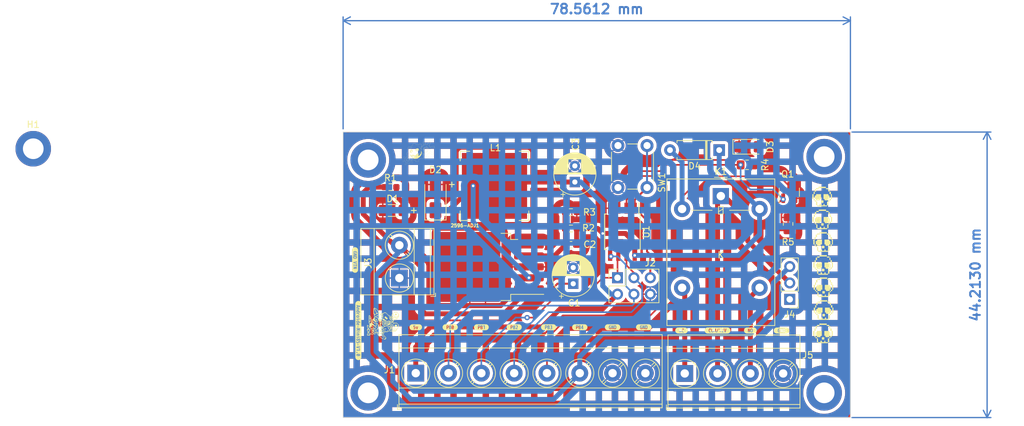
<source format=kicad_pcb>
(kicad_pcb (version 20221018) (generator pcbnew)
  (layers (0 "F.Cu" signal) (31 "B.Cu" signal) (34 "B.Paste" user) (35 "F.Paste" user) (36 "B.SilkS" user "B.Silkscreen") (37 "F.SilkS" user "F.Silkscreen") (38 "B.Mask" user) (39 "F.Mask" user) (44 "Edge.Cuts" user))
  (net 0 "")
  (net 1 "+12V")
  (net 2 "Net-(2596-ADJ1-OUT)")
  (net 3 "GND")
  (net 4 "Net-(2596-ADJ1-FB)")
  (net 5 "+5V")
  (net 6 "Net-(D1-A)")
  (net 7 "/PB3")
  (net 8 "/MISO")
  (net 9 "/PB4")
  (net 10 "/SCK")
  (net 11 "/MOSI")
  (net 12 "/RESET")
  (net 13 "Net-(D3-A)")
  (net 14 "Net-(D4-A)")
  (net 16 "Net-(J4-Pin_2)")
  (net 17 "Net-(J5-Pin_1)")
  (net 18 "Net-(J5-Pin_3)")
  (footprint "Package_SO:SOIC-8W_5.3x5.3mm_P1.27mm" (layer "F.Cu") (at 162.306 93.68 -90)
    (fp_text reference "U1" (at 0 -3.68 90) (layer "F.SilkS"))
    (fp_text value "ATtiny85-20S")
    (pad "1" smd rect (at -3.65 -1.905 270) (size 1.7 0.65) (layers "F.Cu" "F.Paste" "F.Mask") (net 12 "/RESET"))
    (pad "2" smd rect (at -3.65 -0.635 270) (size 1.7 0.65) (layers "F.Cu" "F.Paste" "F.Mask") (net 7 "/PB3"))
    (pad "3" smd rect (at -3.65 0.635 270) (size 1.7 0.65) (layers "F.Cu" "F.Paste" "F.Mask") (net 9 "/PB4"))
    (pad "4" smd rect (at -3.65 1.905 270) (size 1.7 0.65) (layers "F.Cu" "F.Paste" "F.Mask") (net 3 "GND"))
    (pad "5" smd rect (at 3.65 1.905 270) (size 1.7 0.65) (layers "F.Cu" "F.Paste" "F.Mask") (net 11 "/MOSI"))
    (pad "6" smd rect (at 3.65 0.635 270) (size 1.7 0.65) (layers "F.Cu" "F.Paste" "F.Mask") (net 8 "/MISO"))
    (pad "7" smd rect (at 3.65 -0.635 270) (size 1.7 0.65) (layers "F.Cu" "F.Paste" "F.Mask") (net 10 "/SCK"))
    (pad "8" smd rect (at 3.65 -1.905 270) (size 1.7 0.65) (layers "F.Cu" "F.Paste" "F.Mask") (net 5 "+5V"))
  )
  (footprint "LOGO" (layer "F.Cu") (at 125.222 107.904 -90)
    (fp_text reference "G***" hide)
    (fp_text value "LOGO" hide)
  )
  (footprint "LOGO" (layer "F.Cu") (at 193.3956 109.347)
    (fp_text reference "G***" hide)
    (fp_text value "LOGO" hide)
  )
  (footprint "Resistor_SMD:R_0603_1608Metric_Pad0.98x0.95mm_HandSolder" (layer "F.Cu") (at 154.3285 90.632)
    (fp_text reference "R3" (at 2.868 0.0088) (layer "F.SilkS"))
    (fp_text value "330" hide)
    (pad "1" smd roundrect (at -0.9125 0) (size 0.975 0.95) (layers "F.Cu" "F.Paste" "F.Mask") (net 4 "Net-(2596-ADJ1-FB)"))
    (pad "2" smd roundrect (at 0.9125 0) (size 0.975 0.95) (layers "F.Cu" "F.Paste" "F.Mask") (net 3 "GND"))
  )
  (footprint "kibuzzard-65F903CA" (layer "F.Cu") (at 130.302 108.458)
    (fp_text reference "kibuzzard-65F903CA" hide)
    (fp_text value "G***" hide)
  )
  (footprint "kibuzzard-65F9052F" (layer "F.Cu") (at 120.904 98.044 -90)
    (fp_text reference "kibuzzard-65F9052F" hide)
    (fp_text value "G***" hide)
  )
  (footprint "Button_Switch_THT:SW_PUSH_6mm" (layer "F.Cu") (at 166.116 80.322 -90)
    (fp_text reference "SW1" (at 5.738 -2.286 -90) (layer "F.SilkS"))
    (fp_text value "SW_Push")
    (pad "1" thru_hole circle (at 0 0) (size 2 2) (drill 1.1) (layers "*.Cu" "*.Mask") (net 12 "/RESET"))
    (pad "1" thru_hole circle (at 6.5 0) (size 2 2) (drill 1.1) (layers "*.Cu" "*.Mask") (net 12 "/RESET"))
    (pad "2" thru_hole circle (at 0 4.5) (size 2 2) (drill 1.1) (layers "*.Cu" "*.Mask") (net 3 "GND"))
    (pad "2" thru_hole circle (at 6.5 4.5) (size 2 2) (drill 1.1) (layers "*.Cu" "*.Mask") (net 3 "GND"))
  )
  (footprint "LOGO" (layer "F.Cu") (at 193.4718 102.2096)
    (fp_text reference "G***" hide)
    (fp_text value "LOGO" hide)
  )
  (footprint "LOGO" (layer "F.Cu") (at 193.421 98.7552)
    (fp_text reference "G***" hide)
    (fp_text value "LOGO" hide)
  )
  (footprint "Resistor_SMD:R_0805_2012Metric_Pad1.20x1.40mm_HandSolder" (layer "F.Cu") (at 181.61 83.312)
    (fp_text reference "R4" (at 2.794 0 90) (layer "F.SilkS"))
    (fp_text value "1k")
    (pad "1" smd roundrect (at -1 0) (size 1.2 1.4) (layers "F.Cu" "F.Paste" "F.Mask") (roundrect_rratio 0.208333) (net 9 "/PB4"))
    (pad "2" smd roundrect (at 1 0) (size 1.2 1.4) (layers "F.Cu" "F.Paste" "F.Mask") (roundrect_rratio 0.208333) (net 13 "Net-(D3-A)"))
  )
  (footprint "Inductor_SMD:L_Bourns-SRN1060" (layer "F.Cu") (at 142.494 86.568)
    (fp_text reference "L1" (at 0.1524 -5.8928 180) (layer "F.SilkS"))
    (fp_text value "330")
    (pad "1" smd rect (at -3.3 0) (size 3.5 10.2) (layers "F.Cu" "F.Paste" "F.Mask") (net 2 "Net-(2596-ADJ1-OUT)"))
    (pad "2" smd rect (at 3.3 0) (size 3.5 10.2) (layers "F.Cu" "F.Paste" "F.Mask") (net 5 "+5V"))
  )
  (footprint "Capacitor_SMD:C_0603_1608Metric_Pad1.08x0.95mm_HandSolder" (layer "F.Cu") (at 154.3485 95.694)
    (fp_text reference "C2" (at 2.9056 -0.0448) (layer "F.SilkS"))
    (fp_text value "C" hide)
    (pad "1" smd roundrect (at -0.8625 0) (size 1.075 0.95) (layers "F.Cu" "F.Paste" "F.Mask") (net 4 "Net-(2596-ADJ1-FB)"))
    (pad "2" smd roundrect (at 0.8625 0) (size 1.075 0.95) (layers "F.Cu" "F.Paste" "F.Mask") (net 5 "+5V"))
  )
  (footprint "Resistor_SMD:R_0805_2012Metric_Pad1.20x1.40mm_HandSolder" (layer "F.Cu") (at 187.96 92.456 90)
    (fp_text reference "R5" (at -2.794 0 180) (layer "F.SilkS"))
    (fp_text value "10K")
    (pad "1" smd roundrect (at -1 0 90) (size 1.2 1.4) (layers "F.Cu" "F.Paste" "F.Mask") (roundrect_rratio 0.208333) (net 9 "/PB4"))
    (pad "2" smd roundrect (at 1 0 90) (size 1.2 1.4) (layers "F.Cu" "F.Paste" "F.Mask") (roundrect_rratio 0.208333) (net 3 "GND"))
  )
  (footprint "kibuzzard-65F8FCA8" (layer "F.Cu") (at 150.876 108.458)
    (fp_text reference "kibuzzard-65F8FCA8" hide)
    (fp_text value "G***" hide)
  )
  (footprint "Diode_THT:D_A-405_P7.62mm_Horizontal" (layer "F.Cu") (at 177.292 81.026 180)
    (fp_text reference "D4" (at 3.81 -2.47) (layer "F.SilkS"))
    (fp_text value "1N5400")
    (fp_text user "K" (at -0.254 -16.256) (layer "F.SilkS"))
    (pad "1" thru_hole rect (at 0 0 180) (size 1.8 1.8) (drill 0.9) (layers "*.Cu" "*.Mask") (net 5 "+5V"))
    (pad "2" thru_hole oval (at 7.62 0 180) (size 1.8 1.8) (drill 0.9) (layers "*.Cu" "*.Mask") (net 14 "Net-(D4-A)"))
  )
  (footprint "Capacitor_THT:CP_Radial_D6.3mm_P2.50mm" (layer "F.Cu") (at 154.94 85.97238 90)
    (fp_text reference "C3" (at 5.842 0.127 90) (layer "F.SilkS"))
    (fp_text value "220UF")
    (pad "1" thru_hole rect (at 0 0 90) (size 1.6 1.6) (drill 0.8) (layers "*.Cu" "*.Mask") (net 5 "+5V"))
    (pad "2" thru_hole circle (at 2.5 0 90) (size 1.6 1.6) (drill 0.8) (layers "*.Cu" "*.Mask") (net 3 "GND"))
  )
  (footprint "TerminalBlock_Phoenix:TerminalBlock_Phoenix_MKDS-3-8-5.08_1x08_P5.08mm_Horizontal" (layer "F.Cu") (at 130.302 115.57)
    (fp_text reference "J1" (at -4.064 -0.508) (layer "F.SilkS"))
    (fp_text value "Screw_Terminal_01x08")
    (pad "1" thru_hole rect (at 0 0) (size 2.6 2.6) (drill 1.3) (layers "*.Cu" "*.Mask") (net 5 "+5V"))
    (pad "2" thru_hole circle (at 5.08 0) (size 2.6 2.6) (drill 1.3) (layers "*.Cu" "*.Mask") (net 11 "/MOSI"))
    (pad "3" thru_hole circle (at 10.16 0) (size 2.6 2.6) (drill 1.3) (layers "*.Cu" "*.Mask") (net 8 "/MISO"))
    (pad "4" thru_hole circle (at 15.24 0) (size 2.6 2.6) (drill 1.3) (layers "*.Cu" "*.Mask") (net 10 "/SCK"))
    (pad "5" thru_hole circle (at 20.32 0) (size 2.6 2.6) (drill 1.3) (layers "*.Cu" "*.Mask") (net 7 "/PB3"))
    (pad "6" thru_hole circle (at 25.4 0) (size 2.6 2.6) (drill 1.3) (layers "*.Cu" "*.Mask") (net 1 "+12V"))
    (pad "7" thru_hole circle (at 30.48 0) (size 2.6 2.6) (drill 1.3) (layers "*.Cu" "*.Mask") (net 3 "GND"))
    (pad "8" thru_hole circle (at 35.56 0) (size 2.6 2.6) (drill 1.3) (layers "*.Cu" "*.Mask") (net 3 "GND"))
  )
  (footprint "kibuzzard-66664E03" (layer "F.Cu") (at 177.038 108.966)
    (fp_text reference "kibuzzard-66664E03" hide)
    (fp_text value "G***" hide)
  )
  (footprint "Relay_THT:Relay_SPDT_Omron-G5LE-1" (layer "F.Cu") (at 177.546 88.1465)
    (fp_text reference "K1" (at 0 -3.8) (layer "F.SilkS"))
    (fp_text value "G5LE-1")
    (pad "1" thru_hole rect (at 0 0) (size 2.5 2.5) (drill 1.3) (layers "*.Cu" "*.Mask") (net 16 "Net-(J4-Pin_2)"))
    (pad "2" thru_hole oval (at -6 2) (size 2.5 2.5) (drill 1.3) (layers "*.Cu" "*.Mask") (net 14 "Net-(D4-A)"))
    (pad "3" thru_hole oval (at -6 14.2) (size 2.5 2.5) (drill 1.3) (layers "*.Cu" "*.Mask") (net 17 "Net-(J5-Pin_1)"))
    (pad "4" thru_hole oval (at 6 14.2) (size 2.5 2.5) (drill 1.3) (layers "*.Cu" "*.Mask") (net 18 "Net-(J5-Pin_3)"))
    (pad "5" thru_hole oval (at 6 2) (size 2.5 2.5) (drill 1.3) (layers "*.Cu" "*.Mask") (net 5 "+5V"))
  )
  (footprint "kibuzzard-65F8FC0E" (layer "F.Cu") (at 186.944 108.966)
    (fp_text reference "kibuzzard-65F8FC0E" hide)
    (fp_text value "G***" hide)
  )
  (footprint "Diode_SMD:D_SMA" (layer "F.Cu") (at 133.35 88.346 90)
    (fp_text reference "D2" (at 4.272 0 180) (layer "F.SilkS"))
    (fp_text value "SS24")
    (pad "1" smd roundrect (at -2 0 90) (size 2.5 1.8) (layers "F.Cu" "F.Paste" "F.Mask") (roundrect_rratio 0.1388888889) (net 2 "Net-(2596-ADJ1-OUT)"))
    (pad "2" smd roundrect (at 2 0 90) (size 2.5 1.8) (layers "F.Cu" "F.Paste" "F.Mask") (roundrect_rratio 0.1388888889) (net 3 "GND"))
  )
  (footprint "kibuzzard-65F8FD72" (layer "F.Cu") (at 145.542 108.458)
    (fp_text reference "kibuzzard-65F8FD72" hide)
    (fp_text value "G***" hide)
  )
  (footprint "Connector_PinSocket_2.54mm:PinSocket_2x03_P2.54mm_Vertical" (layer "F.Cu") (at 161.544 100.792 90)
    (fp_text reference "J2" (at 2.286 5.08 180) (layer "F.SilkS"))
    (fp_text value "AVR-ISP-6")
    (pad "1" thru_hole rect (at 0 0 90) (size 1.7 1.7) (drill 1) (layers "*.Cu" "*.Mask") (net 8 "/MISO"))
    (pad "2" thru_hole oval (at -2.54 0 90) (size 1.7 1.7) (drill 1) (layers "*.Cu" "*.Mask") (net 5 "+5V"))
    (pad "3" thru_hole oval (at 0 2.54 90) (size 1.7 1.7) (drill 1) (layers "*.Cu" "*.Mask") (net 10 "/SCK"))
    (pad "4" thru_hole oval (at -2.54 2.54 90) (size 1.7 1.7) (drill 1) (layers "*.Cu" "*.Mask") (net 11 "/MOSI"))
    (pad "5" thru_hole oval (at 0 5.08 90) (size 1.7 1.7) (drill 1) (layers "*.Cu" "*.Mask") (net 12 "/RESET"))
    (pad "6" thru_hole oval (at -2.54 5.08 90) (size 1.7 1.7) (drill 1) (layers "*.Cu" "*.Mask") (net 3 "GND"))
  )
  (footprint "kibuzzard-66664E1D" (layer "F.Cu") (at 182.118 108.966)
    (fp_text reference "kibuzzard-66664E1D" hide)
    (fp_text value "G***" hide)
  )
  (footprint "MountingHole:MountingHole_3.2mm_M3_ISO14580_Pad_TopBottom" (layer "F.Cu") (at 122.936 118.618 90)
    (fp_text reference "H3" hide)
    (fp_text value "MountingHole")
    (pad "1" thru_hole circle (at 0 0 90) (size 3.6 3.6) (drill 3.2) (layers "*.Cu" "*.Mask"))
    (pad "1" connect circle (at 0 0 90) (size 5.5 5.5) (layers "F.Cu" "F.Mask"))
    (pad "1" connect circle (at 0 0 90) (size 5.5 5.5) (layers "B.Cu" "B.Mask"))
  )
  (footprint "kibuzzard-65F8FC7A" (layer "F.Cu") (at 155.702 108.458)
    (fp_text reference "kibuzzard-65F8FC7A" hide)
    (fp_text value "G***" hide)
  )
  (footprint "LED_SMD:LED_1206_3216Metric_Pad1.42x1.75mm_HandSolder" (layer "F.Cu") (at 181.864 80.518)
    (fp_text reference "D3" (at 3.302 0 90) (layer "F.SilkS"))
    (fp_text value "LEDRELE")
    (pad "1" smd roundrect (at -1.4875 0) (size 1.425 1.75) (layers "F.Cu" "F.Paste" "F.Mask") (roundrect_rratio 0.175439) (net 3 "GND"))
    (pad "2" smd roundrect (at 1.4875 0) (size 1.425 1.75) (layers "F.Cu" "F.Paste" "F.Mask") (roundrect_rratio 0.175439) (net 13 "Net-(D3-A)"))
  )
  (footprint "MountingHole:MountingHole_3.2mm_M3_ISO14580_Pad_TopBottom" (layer "F.Cu") (at 71.0685 80.816)
    (fp_text reference "H1" (at 0 -3.75) (layer "F.SilkS"))
    (fp_text value "MountingHole")
    (pad "1" thru_hole circle (at 0 0) (size 3.6 3.6) (drill 3.2) (layers "*.Cu" "*.Mask"))
    (pad "1" connect circle (at 0 0) (size 5.5 5.5) (layers "F.Cu" "F.Mask"))
    (pad "1" connect circle (at 0 0) (size 5.5 5.5) (layers "B.Cu" "B.Mask"))
  )
  (footprint "LOGO" (layer "F.Cu") (at 193.294 91.694)
    (fp_text reference "G***" hide)
    (fp_text value "LOGO" hide)
  )
  (footprint "kibuzzard-65F8FC0E" (layer "F.Cu") (at 165.608 108.458)
    (fp_text reference "kibuzzard-65F8FC0E" hide)
    (fp_text value "G***" hide)
  )
  (footprint "LOGO" (layer "F.Cu") (at 193.4972 105.7402)
    (fp_text reference "G***" hide)
    (fp_text value "LOGO" hide)
  )
  (footprint "TerminalBlock_Phoenix:TerminalBlock_Phoenix_MKDS-3-2-5.08_1x02_P5.08mm_Horizontal" (layer "F.Cu") (at 127.762 100.838 90)
    (fp_text reference "J3" (at 2.286 -4.826 90) (layer "F.SilkS"))
    (fp_text value "VIN")
    (pad "1" thru_hole rect (at 0 0 90) (size 2.6 2.6) (drill 1.3) (layers "*.Cu" "*.Mask") (net 3 "GND"))
    (pad "2" thru_hole circle (at 5.08 0 90) (size 2.6 2.6) (drill 1.3) (layers "*.Cu" "*.Mask") (net 1 "+12V"))
  )
  (footprint "MountingHole:MountingHole_3.2mm_M3_ISO14580_Pad_TopBottom" (layer "F.Cu") (at 122.936 82.55 180)
    (fp_text reference "H4" hide)
    (fp_text value "MountingHole")
    (pad "1" thru_hole circle (at 0 0 180) (size 3.6 3.6) (drill 3.2) (layers "*.Cu" "*.Mask"))
    (pad "1" connect circle (at 0 0 180) (size 5.5 5.5) (layers "F.Cu" "F.Mask"))
    (pad "1" connect circle (at 0 0 180) (size 5.5 5.5) (layers "B.Cu" "B.Mask"))
  )
  (footprint "Package_TO_SOT_SMD:SOT-23" (layer "F.Cu") (at 188.148 87.5515 90)
    (fp_text reference "Q1" (at 2.794 -0.254 180) (layer "F.SilkS"))
    (fp_text value "2N7002H")
    (pad "1" smd roundrect (at -0.9375 -0.95 90) (size 1.475 0.6) (layers "F.Cu" "F.Paste" "F.Mask") (net 9 "/PB4"))
    (pad "2" smd roundrect (at -0.9375 0.95 90) (size 1.475 0.6) (layers "F.Cu" "F.Paste" "F.Mask") (net 3 "GND"))
    (pad "3" smd roundrect (at 0.9375 0 90) (size 1.475 0.6) (layers "F.Cu" "F.Paste" "F.Mask") (net 14 "Net-(D4-A)"))
  )
  (footprint "TerminalBlock_Phoenix:TerminalBlock_Phoenix_MKDS-3-4-5.08_1x04_P5.08mm_Horizontal" (layer "F.Cu") (at 171.958 115.616)
    (fp_text reference "J5" (at 19.05 -2.84) (layer "F.SilkS"))
    (fp_text value "Screw_Terminal_01x04")
    (pad "1" thru_hole rect (at 0 0) (size 2.6 2.6) (drill 1.3) (layers "*.Cu" "*.Mask") (net 17 "Net-(J5-Pin_1)"))
    (pad "2" thru_hole circle (at 5.08 0) (size 2.6 2.6) (drill 1.3) (layers "*.Cu" "*.Mask") (net 16 "Net-(J4-Pin_2)"))
    (pad "3" thru_hole circle (at 10.16 0) (size 2.6 2.6) (drill 1.3) (layers "*.Cu" "*.Mask") (net 18 "Net-(J5-Pin_3)"))
    (pad "4" thru_hole circle (at 15.24 0) (size 2.6 2.6) (drill 1.3) (layers "*.Cu" "*.Mask") (net 3 "GND"))
  )
  (footprint "Resistor_SMD:R_0603_1608Metric_Pad0.98x0.95mm_HandSolder" (layer "F.Cu") (at 154.3372 93.172 180)
    (fp_text reference "R2" (at -2.7148 0.0744) (layer "F.SilkS"))
    (fp_text value "1K" hide)
    (pad "1" smd roundrect (at -0.9125 0 180) (size 0.975 0.95) (layers "F.Cu" "F.Paste" "F.Mask") (net 5 "+5V"))
    (pad "2" smd roundrect (at 0.9125 0 180) (size 0.975 0.95) (layers "F.Cu" "F.Paste" "F.Mask") (net 4 "Net-(2596-ADJ1-FB)"))
  )
  (footprint "LOGO" (layer "F.Cu") (at 193.2686 88.1634)
    (fp_text reference "G***" hide)
    (fp_text value "LOGO" hide)
  )
  (footprint "Connector_PinHeader_2.54mm:PinHeader_1x03_P2.54mm_Vertical" (layer "F.Cu") (at 188.214 104.14 180)
    (fp_text reference "J4" (at 0 -2.33) (layer "F.SilkS"))
    (fp_text value "Conn_01x03_Female")
    (pad "1" thru_hole rect (at 0 0 180) (size 1.7 1.7) (drill 1) (layers "*.Cu" "*.Mask"))
    (pad "2" thru_hole oval (at 0 2.54 180) (size 1.7 1.7) (drill 1) (layers "*.Cu" "*.Mask") (net 16 "Net-(J4-Pin_2)"))
    (pad "3" thru_hole oval (at 0 5.08 180) (size 1.7 1.7) (drill 1) (layers "*.Cu" "*.Mask") (net 1 "+12V"))
  )
  (footprint "LOGO" (layer "F.Cu") (at 130.81 81.534)
    (fp_text reference "G***" hide)
    (fp_text value "LOGO" hide)
  )
  (footprint "MountingHole:MountingHole_3.2mm_M3_ISO14580_Pad_TopBottom" (layer "F.Cu") (at 193.548 118.618)
    (fp_text reference "H2" hide)
    (fp_text value "MountingHole")
    (pad "1" thru_hole circle (at 0 0) (size 3.6 3.6) (drill 3.2) (layers "*.Cu" "*.Mask"))
    (pad "1" connect circle (at 0 0) (size 5.5 5.5) (layers "F.Cu" "F.Mask"))
    (pad "1" connect circle (at 0 0) (size 5.5 5.5) (layers "B.Cu" "B.Mask"))
  )
  (footprint "kibuzzard-65F8FDEF" (layer "F.Cu") (at 135.636 108.458)
    (fp_text reference "kibuzzard-65F8FDEF" hide)
    (fp_text value "G***" hide)
  )
  (footprint "Package_TO_SOT_SMD:TO-263-5_TabPin3" (layer "F.Cu") (at 140.178 99.112 180)
    (fp_text reference "2596-ADJ1" (at 2.256 6.402 180) (layer "F.SilkS") (effects (font (size 0.508 0.508) (thickness 0.127))))
    (fp_text value "REGULADOR ADJ")
    (pad "1" smd roundrect (at -7.65 -3.4 180) (size 4.6 1.1) (layers "F.Cu" "F.Paste" "F.Mask") (roundrect_rratio 0.2272727273) (net 1 "+12V"))
    (pad "2" smd roundrect (at -7.65 -1.7 180) (size 4.6 1.1) (layers "F.Cu" "F.Paste" "F.Mask") (roundrect_rratio 0.2272727273) (net 2 "Net-(2596-ADJ1-OUT)"))
    (pad "3" smd roundrect (at -7.65 0 180) (size 4.6 1.1) (layers "F.Cu" "F.Paste" "F.Mask") (roundrect_rratio 0.2272727273) (net 3 "GND"))
    (pad "3" smd roundrect (at -0.925 -2.775 180) (size 4.55 5.25) (layers "F.Cu" "F.Paste") (roundrect_rratio 0.05494505495) (net 3 "GND"))
    (pad "3" smd roundrect (at -0.925 2.775 180) (size 4.55 5.25) (layers "F.Cu" "F.Paste") (roundrect_rratio 0.05494505495) (net 3 "GND"))
    (pad "3" smd roundrect (at 1.5 0 180) (size 9.4 10.8) (layers "F.Cu" "F.Mask") (roundrect_rratio 0.02659595745) (net 3 "GND"))
    (pad "3" smd roundrect (at 3.925 -2.775 180) (size 4.55 5.25) (layers "F.Cu" "F.Paste") (roundrect_rratio 0.05494505495) (net 3 "GND"))
    (pad "3" smd roundrect (at 3.925 2.775 180) (size 4.55 5.25) (layers "F.Cu" "F.Paste") (roundrect_rratio 0.05494505495) (net 3 "GND"))
    (pad "4" smd roundrect (at -7.65 1.7 180) (size 4.6 1.1) (layers "F.Cu" "F.Paste" "F.Mask") (roundrect_rratio 0.2272727273) (net 4 "Net-(2596-ADJ1-FB)"))
    (pad "5" smd roundrect (at -7.65 3.4 180) (size 4.6 1.1) (layers "F.Cu" "F.Paste" "F.Mask") (roundrect_rratio 0.2272727273) (net 3 "GND"))
  )
  (footprint "Resistor_SMD:R_1206_3216Metric_Pad1.30x1.75mm_HandSolder" (layer "F.Cu") (at 126.746 90.378)
    (fp_text reference "D1" (at 0 -1.82) (layer "F.SilkS"))
    (fp_text value "LED")
    (pad "1" smd roundrect (at -1.55 0) (size 1.3 1.75) (layers "F.Cu" "F.Paste" "F.Mask") (roundrect_rratio 0.1923076923) (net 3 "GND"))
    (pad "2" smd roundrect (at 1.55 0) (size 1.3 1.75) (layers "F.Cu" "F.Paste" "F.Mask") (roundrect_rratio 0.1923076923) (net 6 "Net-(D1-A)"))
  )
  (footprint "Capacitor_THT:CP_Radial_D6.3mm_P2.50mm" (layer "F.Cu") (at 154.686 101.72038 90)
    (fp_text reference "C1" (at -2.9972 0.1524 180) (layer "F.SilkS"))
    (fp_text value "470uf 35v")
    (pad "1" thru_hole rect (at 0 0 90) (size 1.6 1.6) (drill 0.8) (layers "*.Cu" "*.Mask") (net 1 "+12V"))
    (pad "2" thru_hole circle (at 2.5 0 90) (size 1.6 1.6) (drill 0.8) (layers "*.Cu" "*.Mask") (net 3 "GND"))
  )
  (footprint "Resistor_SMD:R_0603_1608Metric_Pad0.98x0.95mm_HandSolder" (layer "F.Cu") (at 126.386 86.758)
    (fp_text reference "R1" (at 0 -1.43) (layer "F.SilkS"))
    (fp_text value "1K")
    (pad "1" smd roundrect (at -0.9125 0) (size 0.975 0.95) (layers "F.Cu" "F.Paste" "F.Mask") (net 1 "+12V"))
    (pad "2" smd roundrect (at 0.9125 0) (size 0.975 0.95) (layers "F.Cu" "F.Paste" "F.Mask") (net 6 "Net-(D1-A)"))
  )
  (footprint "MountingHole:MountingHole_3.2mm_M3_ISO14580_Pad_TopBottom" (layer "F.Cu") (at 193.548 82.042 180)
    (fp_text reference "H4" hide)
    (fp_text value "MountingHole")
    (pad "1" thru_hole circle (at 0 0 180) (size 3.6 3.6) (drill 3.2) (layers "*.Cu" "*.Mask"))
    (pad "1" connect circle (at 0 0 180) (size 5.5 5.5) (layers "F.Cu" "F.Mask"))
    (pad "1" connect circle (at 0 0 180) (size 5.5 5.5) (layers "B.Cu" "B.Mask"))
  )
  (footprint "kibuzzard-66664CF2" (layer "F.Cu") (at 121.412 108.966 -90)
    (fp_text reference "kibuzzard-66664CF2" hide)
    (fp_text value "G***" hide)
  )
  (footprint "kibuzzard-66664DCB" (layer "F.Cu") (at 171.45 108.966)
    (fp_text reference "kibuzzard-66664DCB" hide)
    (fp_text value "G***" hide)
  )
  (footprint "LOGO" (layer "F.Cu") (at 193.421 95.1992)
    (fp_text reference "G***" hide)
    (fp_text value "LOGO" hide)
  )
  (footprint "kibuzzard-65F8FC0E" (layer "F.Cu") (at 160.782 108.458)
    (fp_text reference "kibuzzard-65F8FC0E" hide)
    (fp_text value "G***" hide)
  )
  (footprint "kibuzzard-65F8FDDB" (layer "F.Cu") (at 140.462 108.458)
    (fp_text reference "kibuzzard-65F8FDDB" hide)
    (fp_text value "G***" hide)
  )
  (gr_rect (start 119.0508 78.232) (end 197.612 122.428) (stroke (width 0.1)) (fill none) (layer "Edge.Cuts"))
  (gr_text "+" (at 136.398 87.076 90) (layer "F.SilkS") (effects (font (size 1 1)) (justify left bottom)))
  (gr_text "+" (at 129.286 90.886) (layer "F.SilkS") (effects (font (size 1 1)) (justify left bottom)))
  (dimension (type aligned) (layer "B.Cu") (pts (xy 197.358 122.445) (xy 197.358 78.232)) (height 21.42) (gr_text "1740.6693 mils" (at 216.978 100.3385 90) (layer "B.Cu") (effects (font (size 1.5 1.5) (thickness 0.3)))) (format (prefix "") (suffix "") (units 3) (units_format 1) (precision 4)) (style (thickness 0.2) (arrow_length 1.27) (text_position_mode 0) (extension_height 0.58642) (extension_offset 0.5) keep_text_aligned))
  (dimension (type aligned) (layer "B.Cu") (pts (xy 119.0508 78.232) (xy 197.612 78.232)) (height -17.244838) (gr_text "3092.9606 mils" (at 158.3314 59.187162) (layer "B.Cu") (effects (font (size 1.5 1.5) (thickness 0.3)))) (format (prefix "") (suffix "") (units 3) (units_format 1) (precision 4)) (style (thickness 0.2) (arrow_length 1.27) (text_position_mode 0) (extension_height 0.58642) (extension_offset 0.5) keep_text_aligned))
  (segment (start 123.046 86.758) (end 125.4735 86.758) (width 0.762) (layer "F.Cu") (net 1))
  (segment (start 122.174 87.63) (end 123.046 86.758) (width 0.762) (layer "F.Cu") (net 1))
  (segment (start 122.174 90.932) (end 122.174 87.63) (width 0.762) (layer "F.Cu") (net 1))
  (segment (start 126.746 95.504) (end 122.174 90.932) (width 0.762) (layer "F.Cu") (net 1))
  (segment (start 147.828 102.512) (end 143.96 106.38) (width 0.762) (layer "F.Cu") (net 1))
  (segment (start 143.96 106.38) (end 131.78 106.38) (width 0.762) (layer "F.Cu") (net 1))
  (segment (start 154.686 101.72038) (end 152.23362 101.72038) (width 0.3048) (layer "F.Cu") (net 1))
  (segment (start 131.78 106.38) (end 131.064 105.664) (width 0.762) (layer "F.Cu") (net 1))
  (segment (start 152.23362 101.72038) (end 151.442 102.512) (width 0.3048) (layer "F.Cu") (net 1))
  (segment (start 131.064 105.664) (end 131.064 99.06) (width 0.762) (layer "F.Cu") (net 1))
  (segment (start 131.064 99.06) (end 127.508 95.504) (width 0.762) (layer "F.Cu") (net 1))
  (segment (start 127.508 95.504) (end 126.746 95.504) (width 0.762) (layer "F.Cu") (net 1))
  (segment (start 151.442 102.512) (end 147.828 102.512) (width 0.3048) (layer "F.Cu") (net 1))
  (segment (start 185.674 105.918) (end 182.118 109.474) (width 0.762) (layer "B.Cu") (net 1))
  (segment (start 126.746 116.84) (end 126.746 114.808) (width 0.762) (layer "B.Cu") (net 1))
  (segment (start 124.16 112.222) (end 124.16 100.376) (width 0.762) (layer "B.Cu") (net 1))
  (segment (start 129.54 119.634) (end 126.746 116.84) (width 0.762) (layer "B.Cu") (net 1))
  (segment (start 159.258 109.474) (end 155.702 113.03) (width 0.762) (layer "B.Cu") (net 1))
  (segment (start 185.674 101.6) (end 185.674 105.918) (width 0.762) (layer "B.Cu") (net 1))
  (segment (start 155.702 113.03) (end 155.702 115.57) (width 0.762) (layer "B.Cu") (net 1))
  (segment (start 182.118 109.474) (end 159.258 109.474) (width 0.762) (layer "B.Cu") (net 1))
  (segment (start 188.214 99.06) (end 185.674 101.6) (width 0.762) (layer "B.Cu") (net 1))
  (segment (start 127.508 97.028) (end 127.508 95.504) (width 0.762) (layer "B.Cu") (net 1))
  (segment (start 155.702 115.57) (end 151.638 119.634) (width 0.762) (layer "B.Cu") (net 1))
  (segment (start 124.16 100.376) (end 127.508 97.028) (width 0.762) (layer "B.Cu") (net 1))
  (segment (start 126.746 114.808) (end 124.16 112.222) (width 0.762) (layer "B.Cu") (net 1))
  (segment (start 151.638 119.634) (end 129.54 119.634) (width 0.762) (layer "B.Cu") (net 1))
  (segment (start 135.416 90.346) (end 139.194 86.568) (width 0.762) (layer "F.Cu") (net 2))
  (segment (start 147.828 100.812) (end 147.828 100.792) (width 0.762) (layer "F.Cu") (net 2))
  (segment (start 133.35 90.346) (end 135.416 90.346) (width 0.762) (layer "F.Cu") (net 2))
  (via (at 147.828 100.792) (size 0.8) (drill 0.4) (layers "F.Cu" "B.Cu") (net 2))
  (via (at 139.192 86.568) (size 0.8) (drill 0.4) (layers "F.Cu" "B.Cu") (net 2))
  (segment (start 139.192 92.156) (end 139.192 86.568) (width 0.762) (layer "B.Cu") (net 2))
  (segment (start 147.828 100.792) (end 139.192 92.156) (width 0.762) (layer "B.Cu") (net 2))
  (segment (start 153.486 95.694) (end 153.486 93.2333) (width 0.762) (layer "F.Cu") (net 4))
  (segment (start 147.828 97.412) (end 151.768 97.412) (width 0.762) (layer "F.Cu") (net 4))
  (segment (start 153.4247 90.6407) (end 153.416 90.632) (width 0.762) (layer "F.Cu") (net 4))
  (segment (start 151.768 97.412) (end 153.486 95.694) (width 0.762) (layer "F.Cu") (net 4))
  (segment (start 153.486 93.2333) (end 153.4247 93.172) (width 0.762) (layer "F.Cu") (net 4))
  (segment (start 153.4247 93.172) (end 153.4247 90.6407) (width 0.762) (layer "F.Cu") (net 4))
  (segment (start 164.211 95.377) (end 162.768 93.934) (width 0.762) (layer "F.Cu") (net 5))
  (segment (start 130.556 111.252) (end 130.556 110.444) (width 0.762) (layer "F.Cu") (net 5))
  (segment (start 164.211 97.33) (end 164.211 95.377) (width 0.762) (layer "F.Cu") (net 5))
  (segment (start 130.556 111.252) (end 130.302 111.506) (width 0.762) (layer "F.Cu") (net 5))
  (segment (start 155.211 93.2107) (end 155.2497 93.172) (width 0.762) (layer "F.Cu") (net 5))
  (segment (start 130.556 110.444) (end 132.588 108.412) (width 0.762) (layer "F.Cu") (net 5))
  (segment (start 158.496 93.172) (end 159.258 93.934) (width 0.762) (layer "F.Cu") (net 5))
  (segment (start 159.258 105.618) (end 161.544 103.332) (width 0.762) (layer "F.Cu") (net 5))
  (segment (start 146.38962 85.97238) (end 145.794 86.568) (width 0.762) (layer "F.Cu") (net 5))
  (segment (start 162.768 93.934) (end 159.258 93.934) (width 0.762) (layer "F.Cu") (net 5))
  (segment (start 155.211 95.694) (end 155.211 93.2107) (width 0.762) (layer "F.Cu") (net 5))
  (segment (start 155.2497 93.172) (end 158.496 93.172) (width 0.762) (layer "F.Cu") (net 5))
  (segment (start 149.86 108.412) (end 152.654 105.618) (width 0.762) (layer "F.Cu") (net 5))
  (segment (start 130.302 111.506) (end 130.302 115.57) (width 0.762) (layer "F.Cu") (net 5))
  (segment (start 152.654 105.618) (end 159.258 105.618) (width 0.762) (layer "F.Cu") (net 5))
  (segment (start 132.588 108.412) (end 149.86 108.412) (width 0.762) (layer "F.Cu") (net 5))
  (segment (start 154.94 85.97238) (end 146.38962 85.97238) (width 0.762) (layer "F.Cu") (net 5))
  (via (at 159.258 93.934) (size 0.8) (drill 0.4) (layers "F.Cu" "B.Cu") (net 5))
  (via (at 164.211 97.33) (size 0.8) (drill 0.4) (layers "F.Cu" "B.Cu") (net 5))
  (segment (start 155.86838 85.97238) (end 154.94 85.97238) (width 0.762) (layer "B.Cu") (net 5))
  (segment (start 159.258 93.426) (end 159.258 89.362) (width 0.762) (layer "B.Cu") (net 5))
  (segment (start 183.546 90.1465) (end 177.292 83.8925) (width 0.762) (layer "B.Cu") (net 5))
  (segment (start 161.544 103.332) (end 160.528 103.332) (width 0.762) (layer "B.Cu") (net 5))
  (segment (start 159.258 89.362) (end 155.86838 85.97238) (width 0.762) (layer "B.Cu") (net 5))
  (segment (start 183.546 94.076) (end 183.546 90.1465) (width 0.762) (layer "B.Cu") (net 5))
  (segment (start 159.258 102.062) (end 159.258 93.426) (width 0.762) (layer "B.Cu") (net 5))
  (segment (start 160.528 103.332) (end 159.258 102.062) (width 0.762) (layer "B.Cu") (net 5))
  (segment (start 164.211 97.33) (end 180.292 97.33) (width 0.762) (layer "B.Cu") (net 5))
  (segment (start 177.292 83.8925) (end 177.292 81.026) (width 0.762) (layer "B.Cu") (net 5))
  (segment (start 180.292 97.33) (end 183.546 94.076) (width 0.762) (layer "B.Cu") (net 5))
  (segment (start 128.296 89.134) (end 128.296 90.378) (width 0.762) (layer "F.Cu") (net 6))
  (segment (start 127.2985 86.758) (end 127.2985 88.1365) (width 0.762) (layer "F.Cu") (net 6))
  (segment (start 127.2985 88.1365) (end 128.296 89.134) (width 0.762) (layer "F.Cu") (net 6))
  (segment (start 150.622 115.57) (end 150.622 112.268) (width 0.25) (layer "F.Cu") (net 7))
  (segment (start 169.164 86.568) (end 169.164 104.094) (width 0.25) (layer "F.Cu") (net 7))
  (segment (start 150.876 109.936) (end 150.876 112.014) (width 0.25) (layer "F.Cu") (net 7))
  (segment (start 165.862 107.396) (end 153.416 107.396) (width 0.25) (layer "F.Cu") (net 7))
  (segment (start 167.64 85.044) (end 169.164 86.568) (width 0.25) (layer "F.Cu") (net 7))
  (segment (start 153.416 107.396) (end 150.876 109.936) (width 0.25) (layer "F.Cu") (net 7))
  (segment (start 164.084 85.552) (end 164.592 85.044) (width 0.25) (layer "F.Cu") (net 7))
  (segment (start 169.164 104.094) (end 165.862 107.396) (width 0.25) (layer "F.Cu") (net 7))
  (segment (start 164.084 87.584) (end 164.084 85.552) (width 0.25) (layer "F.Cu") (net 7))
  (segment (start 162.941 90.03) (end 162.941 88.727) (width 0.25) (layer "F.Cu") (net 7))
  (segment (start 164.592 85.044) (end 167.64 85.044) (width 0.25) (layer "F.Cu") (net 7))
  (segment (start 150.622 112.268) (end 150.876 112.014) (width 0.25) (layer "F.Cu") (net 7))
  (segment (start 162.941 88.727) (end 164.084 87.584) (width 0.25) (layer "F.Cu") (net 7))
  (segment (start 161.544 100.792) (end 161.544 97.457) (width 0.25) (layer "F.Cu") (net 8))
  (segment (start 152.0444 103.586) (end 148.6662 106.9642) (width 0.25) (layer "F.Cu") (net 8))
  (segment (start 159.258 100.792) (end 156.464 103.586) (width 0.25) (layer "F.Cu") (net 8))
  (segment (start 156.464 103.586) (end 152.0444 103.586) (width 0.25) (layer "F.Cu") (net 8))
  (segment (start 161.544 97.457) (end 161.671 97.33) (width 0.25) (layer "F.Cu") (net 8))
  (segment (start 148.6662 106.9642) (end 147.5486 106.9642) (width 0.25) (layer "F.Cu") (net 8))
  (segment (start 161.544 100.792) (end 159.258 100.792) (width 0.25) (layer "F.Cu") (net 8))
  (via (at 147.5486 106.9642) (size 0.8) (drill 0.4) (layers "F.Cu" "B.Cu") (net 8))
  (segment (start 140.462 115.57) (end 140.462 112.268) (width 0.25) (layer "B.Cu") (net 8))
  (segment (start 145.7658 106.9642) (end 147.5486 106.9642) (width 0.25) (layer "B.Cu") (net 8))
  (segment (start 140.462 112.268) (end 145.7658 106.9642) (width 0.25) (layer "B.Cu") (net 8))
  (segment (start 164.338 84.282) (end 163.576 85.044) (width 0.25) (layer "F.Cu") (net 9))
  (segment (start 186.674 93.456) (end 186.182 92.964) (width 0.25) (layer "F.Cu") (net 9))
  (segment (start 168.148 84.282) (end 164.338 84.282) (width 0.25) (layer "F.Cu") (net 9))
  (segment (start 186.182 89.505) (end 187.198 88.489) (width 0.25) (layer "F.Cu") (net 9))
  (segment (start 186.182 92.964) (end 186.182 89.505) (width 0.25) (layer "F.Cu") (net 9))
  (segment (start 163.576 87.33) (end 161.671 89.235) (width 0.25) (layer "F.Cu") (net 9))
  (segment (start 169.118 83.312) (end 180.61 83.312) (width 0.25) (layer "F.Cu") (net 9))
  (segment (start 168.148 84.282) (end 169.118 83.312) (width 0.25) (layer "F.Cu") (net 9))
  (segment (start 161.671 89.235) (end 161.671 90.03) (width 0.25) (layer "F.Cu") (net 9))
  (segment (start 187.96 93.456) (end 186.674 93.456) (width 0.25) (layer "F.Cu") (net 9))
  (segment (start 187.198 88.489) (end 187.198 88.646) (width 0.25) (layer "F.Cu") (net 9))
  (segment (start 163.576 85.044) (end 163.576 87.33) (width 0.25) (layer "F.Cu") (net 9))
  (via (at 187.198 88.646) (size 0.8) (drill 0.4) (layers "F.Cu" "B.Cu") (net 9))
  (via (at 180.61 83.312) (size 0.8) (drill 0.4) (layers "F.Cu" "B.Cu") (net 9))
  (segment (start 180.61 85.614) (end 180.61 83.312) (width 0.25) (layer "B.Cu") (net 9))
  (segment (start 185.674 87.122) (end 182.118 87.122) (width 0.25) (layer "B.Cu") (net 9))
  (segment (start 187.198 88.646) (end 185.674 87.122) (width 0.25) (layer "B.Cu") (net 9))
  (segment (start 182.118 87.122) (end 180.61 85.614) (width 0.25) (layer "B.Cu") (net 9))
  (segment (start 162.941 98.887) (end 164.084 100.03) (width 0.25) (layer "F.Cu") (net 10))
  (segment (start 162.941 97.33) (end 162.941 98.887) (width 0.25) (layer "F.Cu") (net 10))
  (segment (start 164.084 100.03) (end 164.084 100.792) (width 0.25) (layer "F.Cu") (net 10))
  (segment (start 150.876 106.126) (end 163.693946 106.126) (width 0.25) (layer "B.Cu") (net 10))
  (segment (start 145.796 111.206) (end 150.876 106.126) (width 0.25) (layer "B.Cu") (net 10))
  (segment (start 145.542 115.57) (end 145.542 112.268) (width 0.25) (layer "B.Cu") (net 10))
  (segment (start 145.542 112.268) (end 145.796 112.014) (width 0.25) (layer "B.Cu") (net 10))
  (segment (start 165.354 104.465946) (end 165.354 102.062) (width 0.25) (layer "B.Cu") (net 10))
  (segment (start 163.693946 106.126) (end 165.354 104.465946) (width 0.25) (layer "B.Cu") (net 10))
  (segment (start 145.796 112.014) (end 145.796 111.206) (width 0.25) (layer "B.Cu") (net 10))
  (segment (start 165.354 102.062) (end 164.084 100.792) (width 0.25) (layer "B.Cu") (net 10))
  (segment (start 160.401 97.363) (end 160.528 97.49) (width 0.25) (layer "F.Cu") (net 11))
  (segment (start 160.401 97.33) (end 160.401 97.363) (width 0.25) (layer "F.Cu") (net 11))
  (via (at 160.528 97.49) (size 0.8) (drill 0.4) (layers "F.Cu" "B.Cu") (net 11))
  (segment (start 161.544 97.49) (end 162.814 98.76) (width 0.25) (layer "B.Cu") (net 11))
  (segment (start 135.382 112.268) (end 135.636 112.014) (width 0.25) (layer "B.Cu") (net 11))
  (segment (start 160.528 97.49) (end 161.544 97.49) (width 0.25) (layer "B.Cu") (net 11))
  (segment (start 135.636 108.158) (end 135.636 112.014) (width 0.25) (layer "B.Cu") (net 11))
  (segment (start 163.83 105.11) (end 138.684 105.11) (width 0.25) (layer "B.Cu") (net 11))
  (segment (start 162.814 98.76) (end 162.814 102.062) (width 0.25) (layer "B.Cu") (net 11))
  (segment (start 135.382 115.57) (end 135.382 112.268) (width 0.25) (layer "B.Cu") (net 11))
  (segment (start 164.084 103.332) (end 164.084 104.856) (width 0.25) (layer "B.Cu") (net 11))
  (segment (start 162.814 102.062) (end 164.084 103.332) (width 0.25) (layer "B.Cu") (net 11))
  (segment (start 138.684 105.11) (end 135.636 108.158) (width 0.25) (layer "B.Cu") (net 11))
  (segment (start 164.084 104.856) (end 163.83 105.11) (width 0.25) (layer "B.Cu") (net 11))
  (segment (start 166.624 97.236) (end 166.116 96.728) (width 0.3048) (layer "F.Cu") (net 12))
  (segment (start 164.211 88.727) (end 164.211 90.03) (width 0.3048) (layer "F.Cu") (net 12))
  (segment (start 166.624 100.792) (end 166.624 97.236) (width 0.3048) (layer "F.Cu") (net 12))
  (segment (start 166.116 96.728) (end 166.116 91.935) (width 0.3048) (layer "F.Cu") (net 12))
  (segment (start 166.116 91.935) (end 164.211 90.03) (width 0.3048) (layer "F.Cu") (net 12))
  (segment (start 166.116 86.822) (end 164.211 88.727) (width 0.3048) (layer "F.Cu") (net 12))
  (segment (start 166.116 80.322) (end 166.116 86.822) (width 0.3048) (layer "B.Cu") (net 12))
  (segment (start 183.388 82.55) (end 183.3515 82.5135) (width 0.25) (layer "F.Cu") (net 13))
  (segment (start 183.3515 82.5135) (end 183.3515 80.518) (width 0.25) (layer "F.Cu") (net 13))
  (segment (start 182.61 83.312) (end 182.626 83.312) (width 0.25) (layer "F.Cu") (net 13))
  (segment (start 182.626 83.312) (end 183.388 82.55) (width 0.25) (layer "F.Cu") (net 13))
  (segment (start 188.148 86.614) (end 186.624 85.09) (width 0.25) (layer "F.Cu") (net 14))
  (segment (start 171.546 88.296) (end 171.546 90.1465) (width 0.25) (layer "F.Cu") (net 14))
  (segment (start 186.624 85.09) (end 174.752 85.09) (width 0.25) (layer "F.Cu") (net 14))
  (segment (start 174.752 85.09) (end 171.546 88.296) (width 0.25) (layer "F.Cu") (net 14))
  (segment (start 169.672 81.026) (end 171.546 82.9) (width 0.762) (layer "B.Cu") (net 14))
  (segment (start 171.546 82.9) (end 171.546 90.1465) (width 0.762) (layer "B.Cu") (net 14))
  (segment (start 178.0625 88.1465) (end 177.546 88.1465) (width 0.762) (layer "F.Cu") (net 16))
  (segment (start 177.038 115.616) (end 177.038 88.6545) (width 0.762) (layer "F.Cu") (net 16))
  (segment (start 177.038 88.6545) (end 177.546 88.1465) (width 0.762) (layer "F.Cu") (net 16))
  (segment (start 181.715 91.799) (end 178.0625 88.1465) (width 0.762) (layer "F.Cu") (net 16))
  (segment (start 188.214 101.6) (end 181.715 95.101) (width 0.762) (layer "F.Cu") (net 16))
  (segment (start 181.715 95.101) (end 181.715 91.799) (width 0.762) (layer "F.Cu") (net 16))
  (segment (start 171.958 102.7585) (end 171.546 102.3465) (width 0.762) (layer "F.Cu") (net 17))
  (segment (start 171.958 115.616) (end 171.958 102.7585) (width 0.762) (layer "F.Cu") (net 17))
  (segment (start 182.118 115.616) (end 182.118 103.7745) (width 0.762) (layer "F.Cu") (net 18))
  (segment (start 182.118 103.7745) (end 183.546 102.3465) (width 0.762) (layer "F.Cu") (net 18))
  (zone (net 3) (net_name "GND") (layers "F&B.Cu") (connect_pads (clearance 0.5)) (min_thickness 0.1) (fill yes (mode hatch) (thermal_gap 0.2) (thermal_bridge_width 0.2) (hatch_thickness 1) (hatch_gap 1.5) (hatch_orientation 0) (hatch_border_algorithm hatch_thickness) (hatch_min_hole_area 0.3))
    (polygon (pts (xy 118.649704 77.925929) (xy 198.12 77.978) (xy 197.866 122.699) (xy 118.872 122.682)))
  )
)
</source>
